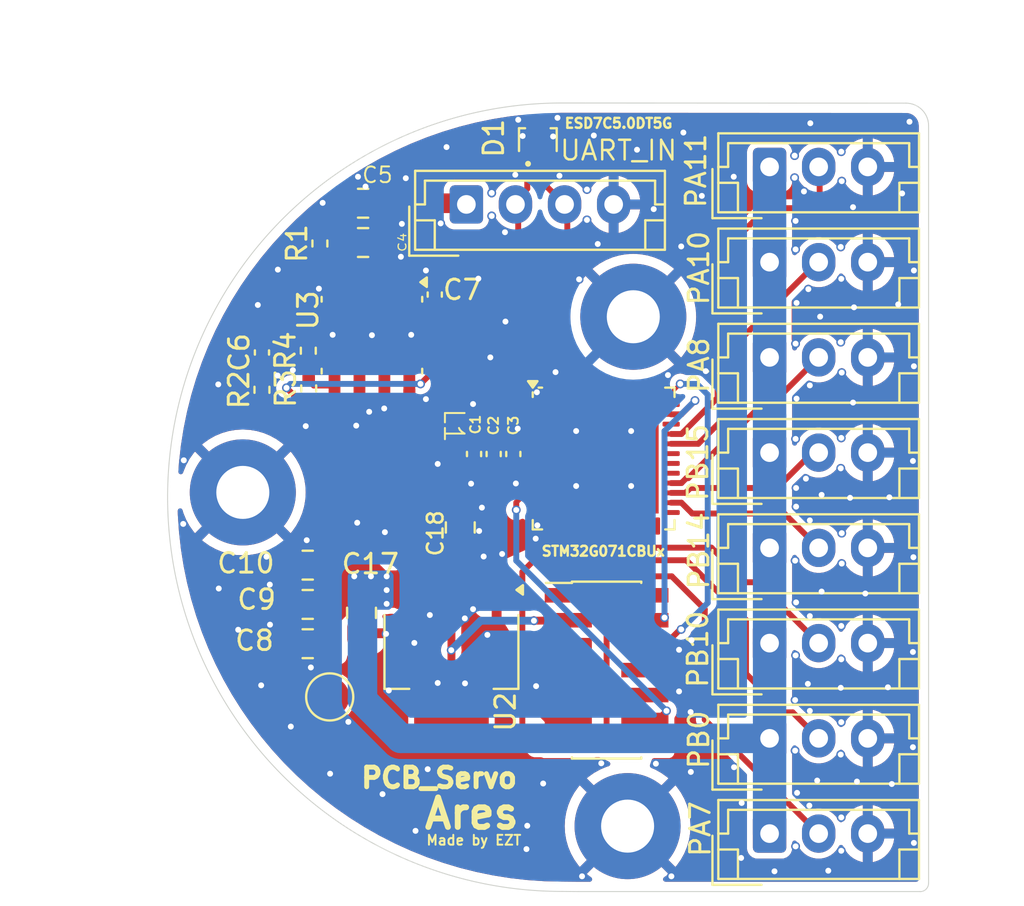
<source format=kicad_pcb>
(kicad_pcb (version 20240108) (generator "pcbnew") (generator_version "8.0")
  (layers (0 "F.Cu" signal) (31 "B.Cu" signal) (34 "B.Paste" user) (35 "F.Paste" user) (36 "B.SilkS" user "B.Silkscreen") (37 "F.SilkS" user "F.Silkscreen") (38 "B.Mask" user) (39 "F.Mask" user) (44 "Edge.Cuts" user))
  (net 0 "")
  (net 1 "GND")
  (net 2 "+3.3V")
  (net 3 "/RX")
  (net 4 "/TX")
  (net 5 "/PWM1")
  (net 6 "/PWM2")
  (net 7 "/PWM3")
  (net 8 "/PWM4")
  (net 9 "/PWM5")
  (net 10 "/PWM6")
  (net 11 "/PWM7")
  (net 12 "/PWM8")
  (net 13 "VBUS")
  (net 16 "/NRST")
  (net 19 "/SWCLK")
  (net 20 "/SWDIO")
  (net 51 "/USART2_TX")
  (net 52 "/USART2_RX")
  (net 53 "Net-(C6-Pad1)")
  (net 54 "/SW")
  (net 55 "Net-(U3-BST)")
  (net 56 "Net-(U3-RT{slash}CLK)")
  (net 57 "Net-(U3-COMP)")
  (net 58 "Net-(U3-FB)")
  (net 59 "+7.5V")
  (footprint "MountingHole:MountingHole_2.7mm_M2.5_Pad" (layer "F.Cu") (at 128.825 74.825)
    (property "Reference" "H3" (hide yes))
    (property "Value" "MountingHole_Pad" (hide yes))
  )
  (footprint "Connector_PinHeader_1.27mm:PinHeader_2x07_P1.27mm_Vertical_SMD" (layer "F.Cu") (at 147.35 83.875)
    (property "Reference" "J10" (hide yes))
    (property "Value" "Conn_ST_STDC14")
  )
  (footprint "Connector_JST:JST_EH_B3B-EH-A_1x03_P2.50mm_Vertical" (layer "F.Cu") (at 155.65 63.1)
    (property "Reference" "PA10")
    (property "Value" "Conn_01x03_Pin" (hide yes))
  )
  (footprint "Capacitor_SMD:C_0402_1005Metric" (layer "F.Cu") (at 140.6 72.87 -90)
    (property "Reference" "C1")
    (property "Value" "4.7u" (hide yes))
  )
  (footprint "Connector_JST:JST_EH_B3B-EH-A_1x03_P2.50mm_Vertical" (layer "F.Cu") (at 155.65 82.5)
    (property "Reference" "PB10")
    (property "Value" "Conn_01x03_Pin" (hide yes))
  )
  (footprint "Capacitor_SMD:C_0805_2012Metric_Pad1.18x1.45mm_HandSolder" (layer "F.Cu") (at 139.9 76.61 90)
    (property "Reference" "C18")
    (property "Value" "22u")
  )
  (footprint "Package_TO_SOT_SMD:SOT-223" (layer "F.Cu") (at 139.45 82.92 -90)
    (property "Reference" "U2")
    (property "Value" "AZ1117-3.3")
  )
  (footprint "Capacitor_SMD:C_0402_1005Metric" (layer "F.Cu") (at 129.8 67.7 90)
    (property "Reference" "C6")
    (property "Value" "2.2n" (hide yes))
  )
  (footprint "Resistor_SMD:R_0402_1005Metric" (layer "F.Cu") (at 132.18 69.53 90)
    (property "Reference" "R3")
    (property "Value" "82k" (hide yes))
  )
  (footprint "Capacitor_SMD:C_0805_2012Metric" (layer "F.Cu") (at 132.13 78.53 180)
    (property "Reference" "C10")
    (property "Value" "22u" (hide yes))
  )
  (footprint "Connector_JST:JST_EH_B3B-EH-A_1x03_P2.50mm_Vertical" (layer "F.Cu") (at 155.65 92.2)
    (property "Reference" "PA7")
    (property "Value" "Conn_01x03_Pin" (hide yes))
  )
  (footprint "Capacitor_SMD:C_0805_2012Metric" (layer "F.Cu") (at 134.95 62.1 180)
    (property "Reference" "C4")
    (property "Value" "10u" (hide yes))
  )
  (footprint "Connector_JST:JST_EH_B3B-EH-A_1x03_P2.50mm_Vertical" (layer "F.Cu") (at 155.65 72.8)
    (property "Reference" "PB15")
    (property "Value" "Conn_01x03_Pin" (hide yes))
  )
  (footprint "Capacitor_SMD:C_0805_2012Metric" (layer "F.Cu") (at 132.13 80.53 180)
    (property "Reference" "C9")
    (property "Value" "22u" (hide yes))
  )
  (footprint "Connector_JST:JST_EH_B3B-EH-A_1x03_P2.50mm_Vertical" (layer "F.Cu") (at 155.65 77.65)
    (property "Reference" "PB14")
    (property "Value" "Conn_01x03_Pin" (hide yes))
  )
  (footprint "Capacitor_SMD:C_0402_1005Metric" (layer "F.Cu") (at 138.6 64.75 -90)
    (property "Reference" "C7")
    (property "Value" "100n" (hide yes))
  )
  (footprint "Connector_JST:JST_EH_B3B-EH-A_1x03_P2.50mm_Vertical" (layer "F.Cu") (at 155.65 58.25)
    (property "Reference" "PA11")
    (property "Value" "Conn_01x03_Pin" (hide yes))
  )
  (footprint "Resistor_SMD:R_0402_1005Metric" (layer "F.Cu") (at 132.16 67.61 90)
    (property "Reference" "R4")
    (property "Value" "10k" (hide yes))
  )
  (footprint "Connector_JST:JST_EH_B4B-EH-A_1x04_P2.50mm_Vertical" (layer "F.Cu") (at 140.21 60.16)
    (property "Reference" "J9" (hide yes))
    (property "Value" "UART_IN")
  )
  (footprint "Package_TO_SOT_SMD:SOT-416" (layer "F.Cu") (at 143.85 56.79 90)
    (property "Reference" "D1")
    (property "Value" "ESD7C5.0DT5G")
  )
  (footprint "Capacitor_SMD:C_0805_2012Metric" (layer "F.Cu") (at 134.95 60.1 180)
    (property "Reference" "C5")
    (property "Value" "10u" (hide yes))
  )
  (footprint "Capacitor_SMD:C_0402_1005Metric" (layer "F.Cu") (at 141.6 72.87 -90)
    (property "Reference" "C2")
    (property "Value" "100n" (hide yes))
  )
  (footprint "Resistor_SMD:R_0402_1005Metric" (layer "F.Cu") (at 132.75 62.15 90)
    (property "Reference" "R1")
    (property "Value" "200k" (hide yes))
  )
  (footprint "Connector_JST:JST_EH_B3B-EH-A_1x03_P2.50mm_Vertical" (layer "F.Cu") (at 155.65 87.35)
    (property "Reference" "PB0")
    (property "Value" "Conn_01x03_Pin" (hide yes))
  )
  (footprint "Capacitor_SMD:C_0805_2012Metric_Pad1.18x1.45mm_HandSolder" (layer "F.Cu") (at 134.87 80.96 -90)
    (property "Reference" "C17")
    (property "Value" "10u")
  )
  (footprint "MountingHole:MountingHole_2.7mm_M2.5_Pad" (layer "F.Cu") (at 148.71 65.88)
    (property "Reference" "H2" (hide yes))
    (property "Value" "MountingHole_Pad" (hide yes))
  )
  (footprint "MainBoard:PA5432.472NLT" (layer "F.Cu") (at 134.85 74.025 -90)
    (property "Reference" "L1")
    (property "Value" "4.7u" (hide yes))
  )
  (footprint "Resistor_SMD:R_0402_1005Metric" (layer "F.Cu") (at 129.8 69.6 90)
    (property "Reference" "R2")
    (property "Value" "19.6k" (hide yes))
  )
  (footprint "Capacitor_SMD:C_0402_1005Metric" (layer "F.Cu") (at 142.6 72.87 -90)
    (property "Reference" "C3")
    (property "Value" "100n" (hide yes))
  )
  (footprint "Connector_JST:JST_EH_B3B-EH-A_1x03_P2.50mm_Vertical" (layer "F.Cu") (at 155.65 67.95)
    (property "Reference" "PA8")
    (property "Value" "Conn_01x03_Pin" (hide yes))
  )
  (footprint "MountingHole:MountingHole_2.7mm_M2.5_Pad" (layer "F.Cu") (at 148.42 91.82)
    (property "Reference" "H1" (hide yes))
    (property "Value" "MountingHole_Pad" (hide yes))
  )
  (footprint "Package_SO:SOIC-8-1EP_3.9x4.9mm_P1.27mm_EP2.95x4.9mm_Mask2.71x3.4mm" (layer "F.Cu") (at 135.4 66.82 -90)
    (property "Reference" "U3")
    (property "Value" "~")
  )
  (footprint "Capacitor_SMD:C_0805_2012Metric" (layer "F.Cu") (at 132.13 82.53 180)
    (property "Reference" "C8")
    (property "Value" "22u" (hide yes))
  )
  (footprint "Package_DFN_QFN:QFN-48-1EP_7x7mm_P0.5mm_EP5.6x5.6mm" (layer "F.Cu") (at 147.2 73.1)
    (property "Reference" "U1" (hide yes))
    (property "Value" "STM32G071CBUx")
  )
  (footprint "TestPoint:TestPoint_Pad_D2.0mm" (layer "F.Cu") (at 133.25 85.24 -90)
    (property "Reference" "TP1" (hide yes))
    (property "Value" "TestPoint")
  )
  (gr_arc (start 163.745946 94.725941) (mid 163.62 95.03) (end 163.315941 95.155946) (stroke (width 0.05)) (layer "Edge.Cuts"))
  (gr_line (start 163.746827 56.153173) (end 163.746827 94.72) (stroke (width 0.05)) (layer "Edge.Cuts"))
  (gr_arc (start 145.074999 95.144999) (mid 124.995 75.075) (end 145.064999 54.995001) (stroke (width 0.05)) (layer "Edge.Cuts"))
  (gr_line (start 145.9 95.152189) (end 145.074999 95.144999) (stroke (width 0.05)) (layer "Edge.Cuts"))
  (gr_line (start 145.064999 54.995001) (end 162.596827 55.003173) (stroke (width 0.05)) (layer "Edge.Cuts"))
  (gr_line (start 145.9 95.152189) (end 163.32 95.152189) (stroke (width 0.05)) (layer "Edge.Cuts"))
  (gr_arc (start 162.596827 55.003173) (mid 163.41 55.34) (end 163.746827 56.153173) (stroke (width 0.05)) (layer "Edge.Cuts"))
  (gr_text "Ares" (at 137.93 92.06 0) (layer "F.SilkS") (effects (font (size 1.5 1.5) (thickness 0.3) (bold yes)) (justify left bottom)))
  (gr_text "Made by EZT" (at 138.12 92.83 0) (layer "F.SilkS") (effects (font (size 0.5 0.5) (thickness 0.1) (bold yes)) (justify left bottom)))
  (gr_text "PCB_Servo\n" (at 134.73 89.95 0) (layer "F.SilkS") (effects (font (size 1 1) (thickness 0.25) (bold yes)) (justify left bottom)))
  (segment (start 145.4 83.875) (end 144.57 83.875) (width 0.3) (layer "F.Cu") (net 1))
  (segment (start 143.85 84.78) (end 143.85 85.95) (width 0.3) (layer "F.Cu") (net 1))
  (segment (start 146.95 73.35) (end 147.2 73.1) (width 0.2) (layer "F.Cu") (net 1))
  (segment (start 141.56 73.35) (end 141.6 73.39) (width 0.2) (layer "F.Cu") (net 1))
  (segment (start 143.7625 73.35) (end 142.6 73.35) (width 0.2) (layer "F.Cu") (net 1))
  (segment (start 145.4 82.605) (end 145.4 83.875) (width 0.3) (layer "F.Cu") (net 1))
  (segment (start 143.85 85.95) (end 144.315 86.415) (width 0.3) (layer "F.Cu") (net 1))
  (segment (start 143.85 84.595) (end 143.85 84.6) (width 0.3) (layer "F.Cu") (net 1))
  (segment (start 143.85 84.6) (end 143.76 84.69) (width 0.3) (layer "F.Cu") (net 1))
  (segment (start 144.315 86.415) (end 145.4 86.415) (width 0.3) (layer "F.Cu") (net 1))
  (segment (start 143.7625 73.35) (end 146.95 73.35) (width 0.2) (layer "F.Cu") (net 1))
  (segment (start 143.76 84.69) (end 143.85 84.78) (width 0.3) (layer "F.Cu") (net 1))
  (segment (start 144.75 73.35) (end 144.85 73.45) (width 0.2) (layer "F.Cu") (net 1))
  (segment (start 144.57 83.875) (end 143.85 84.595) (width 0.3) (layer "F.Cu") (net 1))
  (segment (start 134 60.1) (end 134 62.1) (width 0.3) (layer "F.Cu") (net 1))
  (segment (start 140.6 73.35) (end 141.6 73.35) (width 0.3) (layer "F.Cu") (net 1))
  (via (at 149.75 60.4) (size 0.45) (drill 0.3) (layers "F.Cu" "B.Cu") (net 1))
  (via (at 159.325 68.725) (size 0.45) (drill 0.3) (layers "F.Cu" "B.Cu") (net 1))
  (via (at 151.04 84.96) (size 0.45) (drill 0.3) (layers "F.Cu" "B.Cu") (net 1))
  (via (at 136.12 82.03) (size 0.45) (drill 0.3) (layers "F.Cu" "B.Cu") (net 1))
  (via (at 159.95 65.4) (size 0.45) (drill 0.3) (layers "F.Cu" "B.Cu") (net 1))
  (via (at 159.3 63.95) (size 0.45) (drill 0.3) (layers "F.Cu" "B.Cu") (net 1))
  (via (at 142.7 58.65) (size 0.45) (drill 0.3) (layers "F.Cu" "B.Cu") (net 1))
  (via (at 159.325 76.9) (size 0.45) (drill 0.3) (layers "F.Cu" "B.Cu") (net 1))
  (via (at 128.59 81.82) (size 0.45) (drill 0.3) (layers "F.Cu" "B.Cu") (net 1))
  (via (at 140.55 80.77) (size 0.45) (drill 0.3) (layers "F.Cu" "B.Cu") (net 1))
  (via (at 159.75 75.1) (size 0.45) (drill 0.3) (layers "F.Cu" "B.Cu") (net 1))
  (via (at 140.13 81.24) (size 0.45) (drill 0.3) (layers "F.Cu" "B.Cu") (net 1))
  (via (at 142.73 74.37) (size 0.45) (drill 0.3) (layers "F.Cu" "B.Cu") (net 1))
  (via (at 138.24 88.92) (size 0.45) (drill 0.3) (layers "F.Cu" "B.Cu") (net 1))
  (via (at 156.975 62.45) (size 0.45) (drill 0.3) (layers "F.Cu" "B.Cu") (net 1))
  (via (at 163 68.4) (size 0.45) (drill 0.3) (layers "F.Cu" "B.Cu") (net 1))
  (via (at 136.06 76.85) (size 0.45) (drill 0.3) (layers "F.Cu" "B.Cu") (net 1))
  (via (at 144.625 56.7) (size 0.45) (drill 0.3) (layers "F.Cu" "B.Cu") (net 1))
  (via (at 159.3 57.475) (size 0.45) (drill 0.3) (layers "F.Cu" "B.Cu") (net 1))
  (via (at 162.2 65.25) (size 0.45) (drill 0.3) (layers "F.Cu" "B.Cu") (net 1))
  (via (at 159.3 91.375) (size 0.45) (drill 0.3) (layers "F.Cu" "B.Cu") (net 1))
  (via (at 157.675 90.775) (size 0.45) (drill 0.3) (layers "F.Cu" "B.Cu") (net 1))
  (via (at 146.35 60.95) (size 0.45) (drill 0.3) (layers "F.Cu" "B.Cu") (net 1))
  (via (at 151.675 82.35) (size 0.45) (drill 0.3) (layers "F.Cu" "B.Cu") (net 1))
  (via (at 137.4 66.8) (size 0.45) (drill 0.3) (layers "F.Cu" "B.Cu") (net 1))
  (via (at 136.875 62.825) (size 0.45) (drill 0.3) (layers "F.Cu" "B.Cu") (net 1))
  (via (at 143.825 76.5) (size 0.45) (drill 0.3) (layers "F.Cu" "B.Cu") (net 1))
  (via (at 131.27 86.75) (size 0.45) (drill 0.3) (layers "F.Cu" "B.Cu") (net 1))
  (via (at 150.475 68.85) (size 0.45) (drill 0.3) (layers "F.Cu" "B.Cu") (net 1))
  (via (at 159.275 88.175) (size 0.45) (drill 0.3) (layers "F.Cu" "B.Cu") (net 1))
  (via (at 143.8 69.725) (size 0.45) (drill 0.3) (layers "F.Cu" "B.Cu") (net 1))
  (via (at 140.55 70.325) (size 0.45) (drill 0.3) (layers "F.Cu" "B.Cu") (net 1))
  (via (at 161.75 75.075) (size 0.45) (drill 0.3) (layers "F.Cu" "B.Cu") (net 1))
  (via (at 134.6 71.425) (size 0.45) (drill 0.3) (layers "F.Cu" "B.Cu") (net 1))
  (via (at 127.575 69.325) (size 0.45) (drill 0.3) (layers "F.Cu" "B.Cu") (net 1))
  (via (at 136.025 70.55) (size 0.45) (drill 0.3) (layers "F.Cu" "B.Cu") (net 1))
  (via (at 137.125 58.825) (size 0.45) (drill 0.3) (layers "F.Cu" "B.Cu") (net 1))
  (via (at 141.28 82.08) (size 0.45) (drill 0.3) (layers "F.Cu" "B.Cu") (net 1))
  (via (at 143.075 56.675) (size 0.45) (drill 0.3) (layers "F.Cu" "B.Cu") (net 1))
  (via (at 138.15 70.075) (size 0.45) (drill 0.3) (layers "F.Cu" "B.Cu") (net 1))
  (via (at 132.7 64.45) (size 0.45) (drill 0.3) (layers "F.Cu" "B.Cu") (net 1))
  (via (at 163 92.675) (size 0.45) (drill 0.3) (layers "F.Cu" "B.Cu") (net 1))
  (via (at 159.3 86.525) (size 0.45) (drill 0.3) (layers "F.Cu" "B.Cu") (net 1))
  (via (at 140.82 63.94) (size 0.45) (drill 0.3) (layers "F.Cu" "B.Cu") (net 1))
  (via (at 132.08 77.26) (size 0.45) (drill 0.3) (layers "F.Cu" "B.Cu") (net 1))
  (via (at 160.525 79.975) (size 0.45) (drill 0.3) (layers "F.Cu" "B.Cu") (net 1))
  (via (at 159.9 60.3) (size 0.45) (drill 0.3) (layers "F.Cu" "B.Cu") (net 1))
  (via (at 157 75.55) (size 0.45) (drill 0.3) (layers "F.Cu" "B.Cu") (net 1))
  (via (at 157.025 70.05) (size 0.45) (drill 0.3) (layers "F.Cu" "B.Cu") (net 1))
  (via (at 152.2 59.725) (size 0.45) (drill 0.3) (layers "F.Cu" "B.Cu") (net 1))
  (via (at 156.975 72.1) (size 0.45) (drill 0.3) (layers "F.Cu" "B.Cu") (net 1))
  (via (at 156.925 58.8) (size 0.45) (drill 0.3) (layers "F.Cu" "B.Cu") (net 1))
  (via (at 137.62 92.06) (size 0.45) (drill 0.3) (layers "F.Cu" "B.Cu") (net 1))
  (via (at 158.3 74.95) (size 0.45) (drill 0.3) (layers "F.Cu" "B.Cu") (net 1))
  (via (at 130.21 81.56) (size 0.45) (drill 0.3) (layers "F.Cu" "B.Cu") (net 1))
  (via (at 159.3 93.075) (size 0.45) (drill 0.3) (layers "F.Cu" "B.Cu") (net 1))
  (via (at 130.6 68.875) (size 0.45) (drill 0.3) (layers "F.Cu" "B.Cu") (net 1))
  (via (at 134.2 86.51) (size 0.45) (drill 0.3) (layers "F.Cu" "B.Cu") (net 1))
  (via (at 132.03 71.45) (size 0.45) (drill 0.3) (layers "F.Cu" "B.Cu") (net 1))
  (via (at 151.64 89.06) (size 0.45) (drill 0.3) (layers "F.Cu" "B.Cu") (net 1))
  (via (at 142.03 77.96) (size 0.45) (drill 0.3) (layers "F.Cu" "B.Cu") (net 1))
  (via (at 148.6 71.7) (size 0.45) (drill 0.3) (layers "F.Cu" "B.Cu") (net 1))
  (via (at 136.26 84.91) (size 0.45) (drill 0.3) (layers "F.Cu" "B.Cu") (net 1))
  (via (at 157 74.6) (size 0.45) (drill 0.3) (layers "F.Cu" "B.Cu") (net 1))
  (via (at 157.7 85.95) (size 0.45) (drill 0.3) (layers "F.Cu" "B.Cu") (net 1))
  (via (at 131.375 68.6) (size 0.45) (drill 0.3) (layers "F.Cu" "B.Cu") (net 1))
  (via (at 159.275 73.6) (size 0.45) (drill 0.3) (layers "F.Cu" "B.Cu") (net 1))
  (via (at 158.075 89.5) (size 0.45) (drill 0.3) (layers "F.Cu" "B.Cu") (net 1))
  (via (at 133.4 66.8) (size 0.45) (drill 0.3) (layers "F.Cu" "B.Cu") (net 1))
  (via (at 129.59 65.28) (size 0.45) (drill 0.3) (layers "F.Cu" "B.Cu") (net 1))
  (via (at 136.925 61.15) (size 0.45) (drill 0.3) (layers "F.Cu" "B.Cu") (net 1))
  (via (at 144.75 68.7) (size 0.45) (drill 0.3) (layers "F.Cu" "B.Cu") (net 1))
  (via (at 133.27 89.15) (size 0.45) (drill 0.3) (layers "F.Cu" "B.Cu") (net 1))
  (via (at 143.27 92.99) (size 0.45) (drill 0.3) (layers "F.Cu" "B.Cu") (net 1))
  (via (at 132.29 83.74) (size 0.45) (drill 0.3) (layers "F.Cu" "B.Cu") (net 1))
  (via (at 157.7 76.25) (size 0.45) (drill 0.3) (layers "F.Cu" "B.Cu") (net 1))
  (via (at 159.3 81.625) (size 0.45) (drill 0.3) (layers "F.Cu" "B.Cu") (net 1))
  (via (at 157.625 64.475) (size 0.45) (drill 0.3) (layers "F.Cu" "B.Cu") (net 1))
  (via (at 156.975 92.85) (size 0.45) (drill 0.3) (layers "F.Cu" "B.Cu") (net 1))
  (via (at 146.9 62.175) (size 0.45) (drill 0.3) (layers "F.Cu" "B.Cu") (net 1))
  (via (at 159.275 84.775) (size 0.45) (drill 0.3) (layers "F.Cu" "B.Cu") (net 1))
  (via (at 150.65 94.375) (size 0.45) (drill 0.3) (layers "F.Cu" "B.Cu") (net 1))
  (via (at 142.85 55.85) (size 0.45) (drill 0.3) (layers "F.Cu" "B.Cu") (net 1))
  (via (at 141 75.6) (size 0.45) (drill 0.3) (layers "F.Cu" "B.Cu") (net 1))
  (via (at 144.95 58.7) (size 0.45) (drill 0.3) (layers "F.Cu" "B.Cu") (net 1))
  (via (at 125.82 73.19) (size 0.45) (drill 0.3) (layers "F.Cu" "B.Cu") (net 1))
  (via (at 158.225 65.875) (size 0.45) (drill 0.3) (layers "F.Cu" "B.Cu") (net 1))
  (via (at 144.12 89.65) (size 0.45) (drill 0.3) (layers "F.Cu" "B.Cu") (net 1))
  (via (at 158.3 79.875) (size 0.45) (drill 0.3) (layers "F.Cu" "B.Cu") (net 1))
  (via (at 162.4 59.6) (size 0.45) (drill 0.3) (layers "F.Cu" "B.Cu") (net 1))
  (via (at 142.175 61.575) (size 0.45) (drill 0.3) (layers "F.Cu" "B.Cu") (net 1))
  (via (at 148.6 74.5) (size 0.45) (drill 0.3) (layers "F.Cu" "B.Cu") (net 1))
  (via (at 162.95 87.8) (size 0.45) (drill 0.3) (layers "F.Cu" "B.Cu") (net 1))
  (via (at 143.31 91.8) (size 0.45) (drill 0.3) (layers "F.Cu" "B.Cu") (net 1))
  (via (at 159.3 83.325) (size 0.45) (drill 0.3) (layers "F.Cu" "B.Cu") (net 1))
  (via (at 141.09 78.09) (size 0.45) (drill 0.3) (layers "F.Cu" "B.Cu") (net 1))
  (via (at 149.86 88.64) (size 0.45) (drill 0.3) (layers "F.Cu" "B.Cu") (net 1))
  (via (at 151.63 86.01) (size 0.45) (drill 0.3) (layers "F.Cu" "B.Cu") (net 1))
  (via (at 125.79 76.43) (size 0.45) (drill 0.3) (layers "F.Cu" "B.Cu") (net 1))
  (via (at 141.5 59.575) (size 0.45) (drill 0.3) (layers "F.Cu" "B.Cu") (net 1))
  (via (at 162.95 82.95) (size 0.45) (drill 0.3) (layers "F.Cu" "B.Cu") (net 1))
  (via (at 154.23 90.64) (size 0.45) (drill 0.3) (layers "F.Cu" "B.Cu") (net 1))
  (via (at 157.4 59.5) (size 0.45) (drill 0.3) (layers "F.Cu" "B.Cu") (net 1))
  (via (at 156.975 83.125) (size 0.45) (drill 0.3) (layers "F.Cu" "B.Cu") (net 1))
  (via (at 157.025 65.175) (size 0.45) (drill 0.3) (layers "F.Cu" "B.Cu") (net 1))
  (via (at 137.56 82.49) (size 0.45) (drill 0.3) (layers "F.Cu" "B.Cu") (net 1))
  (via (at 145.95 63.975) (size 0.45) (drill 0.3) (layers "F.Cu" "B.Cu") (net 1))
  (via (at 144.85 55.75) (size 0.45) (drill 0.3) (layers "F.Cu" "B.Cu") (net 1))
  (via (at 132.89 60.08) (size 0.45) (drill 0.3) (layers "F.Cu" "B.Cu") (net 1))
  (via (at 159.9 70.25) (size 0.45) (drill 0.3) (layers "F.Cu" "B.Cu") (net 1))
  (via (at 138.9 61.125) (size 0.45) (drill 0.3) (layers "F.Cu" "B.Cu") (net 1))
  (via (at 156.95 78.3) (size 0.45) (drill 0.3) (layers "F.Cu" "B.Cu") (net 1))
  (via (at 154.2 93.44) (size 0.45) (drill 0.3) (layers "F.Cu" "B.Cu") (net 1))
  (via (at 148.9 57.375) (size 0.45) (drill 0.3) (layers "F.Cu" "B.Cu") (net 1))
  (via (at 146.7 56.65) (size 0.45) (drill 0.3) (layers "F.Cu" "B.Cu") (net 1))
  (via (at 135.4 66.82) (size 0.45) (drill 0.3) (layers "F.Cu" "B.Cu") (net 1))
  (via (at 160.1 89.55) (size 0.45) (drill 0.3) (layers "F.Cu" "B.Cu") (net 1))
  (via (at 161.675 84.75) (size 0.45) (drill 0.3) (layers "F.Cu" "B.Cu") (net 1))
  (via (at 147.08 88.62) (size 0.45) (drill 0.3) (layers "F.Cu" "B.Cu") (net 1))
  (via (at 159.325 78.45) (size 0.45) (drill 0.3) (layers "F.Cu" "B.Cu") (net 1))
  (via (at 156.925 57.675) (size 0.45) (drill 0.3) (layers "F.Cu" "B.Cu") (net 1))
  (via (at 140.45 74.38) (size 0.45) (drill 0.3) (layers "F.Cu" "B.Cu") (net 1))
  (via (at 159.275 62.325) (size 0.45) (drill 0.3) (layers "F.Cu" "B.Cu") (net 1))
  (via (at 156.95 85.4) (size 0.45) (drill 0.3) (layers "F.Cu" "B.Cu") (net 1))
  (via (at 143.76 84.69) (size 0.45) (drill 0.3) (layers "F.Cu" "B.Cu") (net 1))
  (via (at 162.775 55.95) (size 0.45) (drill 0.3) (layers "F.Cu" "B.Cu") (net 1))
  (via (at 135.26 70.72) (size 0.45) (drill 0.3) (layers "F.Cu" "B.Cu") (net 1))
  (via (at 138.75 73.375) (size 0.45) (drill 0.3) (layers "F.Cu" "B.Cu") (net 1))
  (via (at 145.8 74.5) (size 0.45) (drill 0.3) (layers "F.Cu" "B.Cu") (net 1))
  (via (at 138.35 81.07) (size 0.45) (drill 0.3) (layers "F.Cu" "B.Cu") (net 1))
  (via (at 162.975 78.125) (size 0.45) (drill 0.3) (layers "F.Cu" "B.Cu") (net 1))
  (via (at 143.74 77.18) (size 0.45) (drill 0.3) (layers "F.Cu" "B.Cu") (net 1))
  (via (at 127.6 79.72) (size 0.45) (drill 0.3) (layers "F.Cu" "B.Cu") (net 1))
  (via (at 140.14 84.55) (size 0.45) (drill 0.3) (layers "F.Cu" "B.Cu") (net 1))
  (via (at 158.64 94.09) (size 0.45) (drill 0.3) (layers "F.Cu" "B.Cu") (net 1))
  (via (at 153.84 88.82) (size 0.45) (drill 0.3) (layers "F.Cu" "B.Cu") (net 1))
  (via (at 138.15 63.525) (size 0.45) (drill 0.3) (layers "F.Cu" "B.Cu") (net 1))
  (via (at 134.65 76.37) (size 0.45) (drill 0.3) (layers "F.Cu" "B.Cu") (net 1))
  (via (at 141.5 60.75) (size 0.45) (drill 0.3) (layers "F.Cu" "B.Cu") (net 1))
  (via (at 135.94 90.19) (size 0.45) (drill 0.3) (layers "F.Cu" "B.Cu") (net 1))
  (via (at 130.03 78.1) (size 0.45) (drill 0.3) (layers "F.Cu" "B.Cu") (net 1))
  (via (at 139.2 57.24) (size 0.45) (drill 0.3) (layers "F.Cu" "B.Cu") (net 1))
  (via (at 151.15 62.3) (size 0.45) (drill 0.3) (layers "F.Cu" "B.Cu") (net 1))
  (via (at 153.825 58.75) (size 0.45) (drill 0.3) (layers "F.Cu" "B.Cu") (net 1))
  (via (at 135.075 59.25) (size 0.45) (drill 0.3) (layers "F.Cu" "B.Cu") (net 1))
  (via (at 157.7 81.125) (size 0.45) (drill 0.3) (layers "F.Cu" "B.Cu") (net 1))
  (via (at 152.4 68.65) (size 0.45) (drill 0.3) (layers "F.Cu" "B.Cu") (net 1))
  (via (at 146.35 59.4) (size 0.45) (drill 0.3) (layers "F.Cu" "B.Cu") (net 1))
  (via (at 157.5 74.125) (size 0.45) (drill 0.3) (layers "F.Cu" "B.Cu") (net 1))
  (via (at 134.69 58.75) (size 0.45) (drill 0.3) (layers "F.Cu" "B.Cu") (net 1))
  (via (at 130.61 63.48) (size 0.45) (drill 0.3) (layers "F.Cu" "B.Cu") (net 1))
  (via (at 157 80.425) (size 0.45) (drill 0.3) (layers "F.Cu" "B.Cu") (net 1))
  (via (at 162.95 73.225) (size 0.45) (drill 0.3) (layers "F.Cu" "B.Cu") (net 1))
  (via (at 141.43 67.95) (size 0.45) (drill 0.3) (layers "F.Cu" "B.Cu") (net 1))
  (via (at 138.75 84.53) (size 0.45) (drill 0.3) (layers "F.Cu" "B.Cu") (net 1))
  (via (at 129.76 84.65) (size 0.45) (drill 0.3) (layers "F.Cu" "B.Cu") (net 1))
  (via (at 161.875 89.675) (size 0.45) (drill 0.3) (layers "F.Cu" "B.Cu") (net 1))
  (via (at 151.04 82.84) (size 0.45) (drill 0.3) (layers "F.Cu" "B.Cu") (net 1))
  (via (at 163 63.525) (size 0.45) (drill 0.3) (layers "F.Cu" "B.Cu") (net 1))
  (via (at 156.975 67.25) (size 0.45) (drill 0.3) (layers "F.Cu" "B.Cu") (net 1))
  (via (at 157.7 69.375) (size 0.45) (drill 0.3) (layers "F.Cu" "B.Cu") (net 1))
  (via (at 157.725 56.025) (size 0.45) (drill 0.3) (layers "F.Cu" "B.Cu") (net 1))
  (via (at 159.275 67.175) (size 0.45) (drill 0.3) (layers "F.Cu" "B.Cu") (net 1))
  (via (at 159.325 58.975) (size 0.45) (drill 0.3) (layers "F.Cu" "B.Cu") (net 1))
  (via (at 151.26 56.5) (size 0.45) (drill 0.3) (layers "F.Cu" "B.Cu") (net 1))
  (via (at 145.8 71.7) (size 0.45) (drill 0.3) (layers "F.Cu" "B.Cu") (net 1))
  (via (at 156.975 61) (size 0.45) (drill 0.3) (layers "F.Cu" "B.Cu") (net 1))
  (via (at 142.825 71.575) (size 0.45) (drill 0.3) (layers "F.Cu" "B.Cu") (net 1))
  (via (at 142.2 66.125) (size 0.45) (drill 0.3) (layers "F.Cu" "B.Cu") (net 1))
  (via (at 140.86 76.79) (size 0.45) (drill 0.3) (layers "F.Cu" "B.Cu") (net 1))
  (via (at 146.1 94.375) (size 0.45) (drill 0.3) (layers "F.Cu" "B.Cu") (net 1))
  (via (at 155.9 94.12) (size 0.45) (drill 0.3) (layers "F.Cu" "B.Cu") (net 1))
  (via (at 157.05 90.125) (size 0.45) (drill 0.3) (layers "F.Cu" "B.Cu") (net 1))
  (via (at 156.95 87.975) (size 0.45) (drill 0.3) (layers "F.Cu" "B.Cu") (net 1))
  (via (at 159.3 72.05) (size 0.45) (drill 0.3) (layers "F.Cu" "B.Cu") (net 1))
  (via (at 130.2 79.52) (size 0.45) (drill 0.3) (layers "F.Cu" "B.Cu") (net 1))
  (via (at 157.6 84.575) (size 0.45) (drill 0.3) (layers "F.Cu" "B.Cu") (net 1))
  (segment (start 139.46 79.76) (end 139.45 79.77) (width 0.5) (layer "F.Cu") (net 2))
  (segment (start 145.4 81.335) (end 143.65 81.36) (width 0.4) (layer "F.Cu") (net 2))
  (segment (start 139.769999 78.03) (end 139.46 78.03) (width 0.5) (layer "F.Cu") (net 2))
  (segment (start 138.655 75.008122) (end 138.655 76.5425) (width 0.4) (layer "F.Cu") (net 2))
  (segment (start 143.7625 72.35) (end 142.64 72.35) (width 0.25) (layer "F.Cu") (net 2))
  (segment (start 139.46 78.03) (end 139.46 79.76) (width 0.5) (layer "F.Cu") (net 2))
  (segment (start 139.45 82.87) (end 139.44 82.86) (width 0.4) (layer "F.Cu") (net 2))
  (segment (start 139.45 82.85) (end 139.45 79.77) (width 0.4) (layer "F.Cu") (net 2))
  (segment (start 139.84 72.961734) (end 139.84 73.823122) (width 0.4) (layer "F.Cu") (net 2))
  (segment (start 143.645 81.335) (end 143.64 81.33) (width 0.4) (layer "F.Cu") (net 2))
  (segment (start 140.411734 72.39) (end 139.84 72.961734) (width 0.4) (layer "F.Cu") (net 2))
  (segment (start 143.7625 71.85) (end 143.7625 72.85) (width 0.25) (layer "F.Cu") (net 2))
  (segment (start 138.655 76.5425) (end 139.83 77.7175) (width 0.4) (layer "F.Cu") (net 2))
  (segment (start 139.44 82.86) (end 139.45 82.85) (width 0.4) (layer "F.Cu") (net 2))
  (segment (start 139.84 73.823122) (end 138.655 75.008122) (width 0.4) (layer "F.Cu") (net 2))
  (segment (start 143.65 81.36) (end 143.645 81.335) (width 0.4) (layer "F.Cu") (net 2))
  (segment (start 139.45 86.07) (end 139.45 82.87) (width 0.4) (layer "F.Cu") (net 2))
  (segment (start 140.6 72.39) (end 142.6 72.39) (width 0.4) (layer "F.Cu") (net 2))
  (segment (start 142.64 72.35) (end 142.6 72.39) (width 0.25) (layer "F.Cu") (net 2))
  (segment (start 140.6 72.39) (end 140.411734 72.39) (width 0.4) (layer "F.Cu") (net 2))
  (via (at 143.65 81.36) (size 0.45) (drill 0.3) (layers "F.Cu" "B.Cu") (net 2))
  (via (at 139.44 82.86) (size 0.45) (drill 0.3) (layers "F.Cu" "B.Cu") (net 2))
  (segment (start 143.65 81.36) (end 140.94 81.36) (width 0.4) (layer "B.Cu") (net 2))
  (segment (start 140.94 81.36) (end 139.44 82.86) (width 0.4) (layer "B.Cu") (net 2))
  (segment (start 142.85 60.4) (end 142.85 65.85) (width 0.3) (layer "F.Cu") (net 3))
  (segment (start 142.85 65.85) (end 145.45 68.45) (width 0.3) (layer "F.Cu") (net 3))
  (segment (start 145.45 68.45) (end 145.45 69.6625) (width 0.3) (layer "F.Cu") (net 3))
  (segment (start 143.31 59.36) (end 142.61 60.06) (width 0.3) (layer "F.Cu") (net 3))
  (segment (start 143.31 59.36) (end 143.31 57.66) (width 0.3) (layer "F.Cu") (net 3))
  (segment (start 145.35 67.35) (end 145.95 67.95) (width 0.3) (layer "F.Cu") (net 4))
  (segment (start 144.31 59.26) (end 144.31 57.66) (width 0.3) (layer "F.Cu") (net 4))
  (segment (start 144.31 59.26) (end 145.11 60.06) (width 0.3) (layer "F.Cu") (net 4))
  (segment (start 145.35 60.4) (end 145.35 67.35) (width 0.3) (layer "F.Cu") (net 4))
  (segment (start 145.95 67.95) (end 145.95 69.6625) (width 0.3) (layer "F.Cu") (net 4))
  (segment (start 151.160096 74.35) (end 150.6375 74.35) (width 0.3) (layer "F.Cu") (net 5))
  (segment (start 151.51 74.1) (end 151.410096 74.1) (width 0.3) (layer "F.Cu") (net 5))
  (segment (start 158.15 67.95) (end 156.1 70) (width 0.3) (layer "F.Cu") (net 5))
  (segment (start 151.410096 74.1) (end 151.160096 74.35) (width 0.3) (layer "F.Cu") (net 5))
  (segment (start 155.61 70) (end 151.51 74.1) (width 0.3) (layer "F.Cu") (net 5))
  (segment (start 156.1 70) (end 155.61 70) (width 0.3) (layer "F.Cu") (net 5))
  (segment (start 151.089386 71.85) (end 150.6375 71.85) (width 0.2) (layer "F.Cu") (net 6))
  (segment (start 158.15 58.25) (end 158.2 58.3) (width 0.3) (layer "F.Cu") (net 6))
  (segment (start 151.160096 71.85) (end 150.6375 71.85) (width 0.3) (layer "F.Cu") (net 6))
  (segment (start 155.5 60.35) (end 153 62.85) (width 0.3) (layer "F.Cu") (net 6))
  (segment (start 157.55 60.35) (end 155.5 60.35) (width 0.3) (layer "F.Cu") (net 6))
  (segment (start 153 70.010096) (end 151.160096 71.85) (width 0.3) (layer "F.Cu") (net 6))
  (segment (start 157.55 60.3) (end 157.55 60.35) (width 0.3) (layer "F.Cu") (net 6))
  (segment (start 153 62.85) (end 153 70.010096) (width 0.3) (layer "F.Cu") (net 6))
  (segment (start 158.2 58.3) (end 158.2 59.65) (width 0.3) (layer "F.Cu") (net 6))
  (segment (start 158.2 59.65) (end 157.55 60.3) (width 0.3) (layer "F.Cu") (net 6))
  (segment (start 152.02 72.35) (end 150.6375 72.35) (width 0.3) (layer "F.Cu") (net 7))
  (segment (start 154.1 67.1) (end 154.1 70.27) (width 0.3) (layer "F.Cu") (net 7))
  (segment (start 158.15 63.05) (end 154.1 67.1) (width 0.3) (layer "F.Cu") (net 7))
  (segment (start 154.1 70.27) (end 152.02 72.35) (width 0.3) (layer "F.Cu") (net 7))
  (segment (start 151.160096 75.35) (end 150.6375 75.35) (width 0.3) (layer "F.Cu") (net 8))
  (segment (start 151.710096 75.9) (end 151.160096 75.35) (width 0.3) (layer "F.Cu") (net 8))
  (segment (start 158.15 77.65) (end 156.4 75.9) (width 0.3) (layer "F.Cu") (net 8))
  (segment (start 156.4 75.9) (end 151.710096 75.9) (width 0.3) (layer "F.Cu") (net 8))
  (segment (start 150.668553 79.098553) (end 152.35 80.78) (width 0.3) (layer "F.Cu") (net 9))
  (segment (start 148.248553 79.098553) (end 150.668553 79.098553) (width 0.3) (layer "F.Cu") (net 9))
  (segment (start 146.95 77.8) (end 148.248553 79.098553) (width 0.3) (layer "F.Cu") (net 9))
  (segment (start 152.35 86.4) (end 158.15 92.2) (width 0.3) (layer "F.Cu") (net 9))
  (segment (start 152.35 80.78) (end 152.35 86.4) (width 0.3) (layer "F.Cu") (net 9))
  (segment (start 146.95 76.5375) (end 146.95 77.8) (width 0.3) (layer "F.Cu") (net 9))
  (segment (start 154.45 81.32) (end 151.41 78.28) (width 0.3) (layer "F.Cu") (net 10))
  (segment (start 151.41 78.28) (end 148.669904 78.28) (width 0.3) (layer "F.Cu") (net 10))
  (segment (start 154.45 84.060096) (end 154.45 81.32) (width 0.3) (layer "F.Cu") (net 10))
  (segment (start 156.825 86.025) (end 156.414904 86.025) (width 0.3) (layer "F.Cu") (net 10))
  (segment (start 156.414904 86.025) (end 154.45 84.060096) (width 0.3) (layer "F.Cu") (net 10))
  (segment (start 158.15 87.35) (end 156.825 86.025) (width 0.3) (layer "F.Cu") (net 10))
  (segment (start 148.669904 78.28) (end 147.45 77.060096) (width 0.3) (layer "F.Cu") (net 10))
  (segment (start 147.45 77.060096) (end 147.45 76.5375) (width 0.3) (layer "F.Cu") (net 10))
  (segment (start 151.617203 74.6) (end 156.030456 74.6) (width 0.3) (layer "F.Cu") (net 11))
  (segment (start 151.367203 74.85) (end 151.617203 74.6) (width 0.3) (layer "F.Cu") (net 11))
  (segment (start 157.830456 72.8) (end 158.15 72.8) (width 0.3) (layer "F.Cu") (net 11))
  (segment (start 156.030456 74.6) (end 157.830456 72.8) (width 0.3) (layer "F.Cu") (net 11))
  (segment (start 150.6375 74.85) (end 151.367203 74.85) (width 0.3) (layer "F.Cu") (net 11))
  (segment (start 148.95 77.060096) (end 148.95 76.5375) (width 0.3) (layer "F.Cu") (net 12))
  (segment (start 152.69 77.64) (end 149.529904 77.64) (width 0.3) (layer "F.Cu") (net 12))
  (segment (start 158.15 82.5) (end 155.05 79.4) (width 0.3) (layer "F.Cu") (net 12))
  (segment (start 155.05 79.4) (end 154.45 79.4) (width 0.3) (layer "F.Cu") (net 12))
  (segment (start 154.45 79.4) (end 152.69 77.64) (width 0.3) (layer "F.Cu") (net 12))
  (segment (start 149.529904 77.64) (end 148.95 77.060096) (width 0.3) (layer "F.Cu") (net 12))
  (segment (start 135.9 60.1) (end 135.9 62.1) (width 1) (layer "F.Cu") (net 13))
  (segment (start 136.035 64.2575) (end 136.035 62.235) (width 0.6) (layer "F.Cu") (net 13))
  (segment (start 136.035 64.2575) (end 134.765 64.2575) (width 0.3) (layer "F.Cu") (net 13))
  (segment (start 136.035 62.235) (end 135.9 62.1) (width 0.3) (layer "F.Cu") (net 13))
  (segment (start 140.15 60.1) (end 140.21 60.16) (width 0.3) (layer "F.Cu") (net 13))
  (segment (start 135.9 60.1) (end 140.15 60.1) (width 1) (layer "F.Cu") (net 13))
  (segment (start 149.76 86.59) (end 150.4 85.95) (width 0.3) (layer "F.Cu") (net 16))
  (segment (start 148.45 86.59) (end 149.76 86.59) (width 0.3) (layer "F.Cu") (net 16))
  (segment (start 142.75 75.339904) (end 142.75 75.72) (width 0.3) (layer "F.Cu") (net 16))
  (segment (start 143.310614 74.85) (end 143.7625 74.85) (width 0.2) (layer "F.Cu") (net 16))
  (segment (start 150.4 85.95) (end 150.35 86) (width 0.3) (layer "F.Cu") (net 16))
  (segment (start 143.7625 74.85) (end 143.239904 74.85) (width 0.25) (layer "F.Cu") (net 16))
  (segment (start 143.239904 74.85) (end 142.75 75.339904) (width 0.25) (layer "F.Cu") (net 16))
  (via (at 142.75 75.72) (size 0.45) (drill 0.3) (layers "F.Cu" "B.Cu") (net 16))
  (via (at 150.4 85.95) (size 0.45) (drill 0.3) (layers "F.Cu" "B.Cu") (net 16))
  (segment (start 142.75 78.3) (end 150.4 85.95) (width 0.3) (layer "B.Cu") (net 16))
  (segment (start 142.75 78.3) (end 142.75 75.72) (width 0.3) (layer "B.Cu") (net 16))
  (segment (start 150.6375 69.7625) (end 150.6375 70.35) (width 0.2) (layer "F.Cu") (net 19))
  (segment (start 151.15 81.8) (end 151.15 81.75) (width 0.3) (layer "F.Cu") (net 19))
  (segment (start 151.15 81.75) (end 151.1 81.8) (width 0.3) (layer "F.Cu") (net 19))
  (segment (start 148.45 82.78) (end 150.12 82.78) (width 0.3) (layer "F.Cu") (net 19))
  (segment (start 150.12 82.78) (end 151.1 81.8) (width 0.3) (layer "F.Cu") (net 19))
  (segment (start 151.1 69.3) (end 150.6375 69.7625) (width 0.2) (layer "F.Cu") (net 19))
  (segment (start 151.1 81.8) (end 151.15 81.8) (width 0.3) (layer "F.Cu") (net 19))
  (via (at 151.15 81.8) (size 0.45) (drill 0.3) (layers "F.Cu" "B.Cu") (net 19))
  (via (at 151.1 69.3) (size 0.45) (drill 0.3) (layers "F.Cu" "B.Cu") (net 19))
  (segment (start 152.5 80.45) (end 152.5 69.85) (width 0.3) (layer "B.Cu") (net 19))
  (segment (start 152.5 69.85) (end 151.95 69.3) (width 0.3) (layer "B.Cu") (net 19))
  (segment (start 151.15 81.8) (end 152.5 80.45) (width 0.3) (layer "B.Cu") (net 19))
  (segment (start 151.95 69.3) (end 151.1 69.3) (width 0.3) (layer "B.Cu") (net 19))
  (segment (start 150.3 81.25) (end 150.3 81.2) (width 0.3) (layer "F.Cu") (net 20))
  (segment (start 150.6375 70.85) (end 151.160096 70.85) (width 0.3) (layer "F.Cu") (net 20))
  (segment (start 151.160096 70.85) (end 151.85 70.160096) (width 0.3) (layer "F.Cu") (net 20))
  (segment (start 150.35 81.2) (end 150.3 81.25) (width 0.3) (layer "F.Cu") (net 20))
  (segment (start 151.85 70.160096) (end 151.85 70.15) (width 0.3) (layer "F.Cu") (net 20))
  (segment (start 151.860096 70.15) (end 151.85 70.160096) (width 0.3) (layer "F.Cu") (net 20))
  (segment (start 150.04 81.51) (end 150.3 81.25) (width 0.3) (layer "F.Cu") (net 20))
  (segment (start 148.45 81.51) (end 150.04 81.51) (width 0.3) (layer "F.Cu") (net 20))
  (segment (start 151.85 70.15) (end 151.860096 70.15) (width 0.3) (layer "F.Cu") (net 20))
  (segment (start 150.3 81.2) (end 150.35 81.2) (width 0.3) (layer "F.Cu") (net 20))
  (via (at 150.3 81.2) (size 0.45) (drill 0.3) (layers "F.Cu" "B.Cu") (net 20))
  (via (at 151.85 70.15) (size 0.45) (drill 0.3) (layers "F.Cu" "B.Cu") (net 20))
  (segment (start 150.3 71.7) (end 151.85 70.15) (width 0.3) (layer "B.Cu") (net 20))
  (segment (start 150.3 81.2) (end 150.3 71.7) (width 0.3) (layer "B.Cu") (net 20))
  (segment (start 147.785 87.685) (end 149.3 87.685) (width 0.3) (layer "F.Cu") (net 51))
  (segment (start 147.35 87.25) (end 147.785 87.685) (width 0.3) (layer "F.Cu") (net 51))
  (segment (start 144.95 76.5375) (end 144.95 77.2) (width 0.3) (layer "F.Cu") (net 51))
  (segment (start 147.35 79.6) (end 147.35 87.25) (width 0.3) (layer "F.Cu") (net 51))
  (segment (start 144.95 77.2) (end 147.35 79.6) (width 0.3) (layer "F.Cu") (net 51))
  (segment (start 144.45 77.486846) (end 143.06 78.876846) (width 0.3) (layer "F.Cu") (net 52))
  (segment (start 143.72 87.86) (end 144.55 87.86) (width 0.3) (layer "F.Cu") (net 52))
  (segment (start 143.06 78.876846) (end 143.06 87.2) (width 0.3) (layer "F.Cu") (net 52))
  (segment (start 144.45 76.5375) (end 144.45 77.486846) (width 0.3) (layer "F.Cu") (net 52))
  (segment (start 143.06 87.2) (end 143.72 87.86) (width 0.3) (layer "F.Cu") (net 52))
  (segment (start 129.775 68.17) (end 129.775 69.13) (width 0.3) (layer "F.Cu") (net 53))
  (segment (start 137.3875 69.3) (end 137.305 69.3825) (width 0.3) (layer "F.Cu") (net 54))
  (segment (start 137.875 69.3) (end 138.6 68.575) (width 0.3) (layer "F.Cu") (net 54))
  (segment (start 131.66 70.11) (end 131.05 69.5) (width 0.3) (layer "F.Cu") (net 54))
  (segment (start 137.875 69.3) (end 137.3875 69.3) (width 0.3) (layer "F.Cu") (net 54))
  (segment (start 138.6 68.575) (end 138.6 65.23) (width 0.3) (layer "F.Cu") (net 54))
  (segment (start 132.15 70.11) (end 131.66 70.11) (width 0.3) (layer "F.Cu") (net 54))
  (via (at 137.875 69.3) (size 0.45) (drill 0.3) (layers "F.Cu" "B.Cu") (net 54))
  (via (at 131.05 69.5) (size 0.45) (drill 0.3) (layers "F.Cu" "B.Cu") (net 54))
  (segment (start 131.25 69.3) (end 131.05 69.5) (width 0.3) (layer "B.Cu") (net 54))
  (segment (start 137.875 69.3) (end 131.25 69.3) (width 0.3) (layer "B.Cu") (net 54))
  (segment (start 138.6 64.27) (end 137.3175 64.27) (width 0.3) (layer "F.Cu") (net 55))
  (segment (start 137.3175 64.27) (end 137.305 64.2575) (width 0.3) (layer "F.Cu") (net 55))
  (segment (start 132.75 62.66) (end 132.75 63.5125) (width 0.3) (layer "F.Cu") (net 56))
  (segment (start 132.75 63.5125) (end 133.495 64.2575) (width 0.3) (layer "F.Cu") (net 56))
  (segment (start 134.765 69.3825) (end 134.765 70.269999) (width 0.3) (layer "F.Cu") (net 57))
  (segment (start 130.42 70.73) (end 129.8 70.11) (width 0.3) (layer "F.Cu") (net 57))
  (segment (start 134.304999 70.73) (end 130.42 70.73) (width 0.3) (layer "F.Cu") (net 57))
  (segment (start 134.765 70.269999) (end 134.304999 70.73) (width 0.3) (layer "F.Cu") (net 57))
  (segment (start 132.4425 69.3825) (end 132.15 69.09) (width 0.3) (layer "F.Cu") (net 58))
  (segment (start 132.15 68.16) (end 132.15 69.09) (width 0.3) (layer "F.Cu") (net 58))
  (segment (start 133.495 69.3825) (end 132.4425 69.3825) (width 0.3) (layer "F.Cu") (net 58))
  (segment (start 133.18 84.859375) (end 133.18 82.780625) (width 0.3) (layer "F.Cu") (net 59))
  (via (at 134.5 79.1) (size 0.45) (drill 0.3) (layers "F.Cu" "B.Cu") (net 59))
  (via (at 136.15 79.8) (size 0.45) (drill 0.3) (layers "F.Cu" "B.Cu") (net 59))
  (via (at 136.15 79.1) (size 0.45) (drill 0.3) (layers "F.Cu" "B.Cu") (net 59))
  (via (at 135.35 79.1) (size 0.45) (drill 0.3) (layers "F.Cu" "B.Cu") (net 59))
  (via (at 136.15 80.5) (size 0.45) (drill 0.3) (layers "F.Cu" "B.Cu") (net 59))
  (segment (start 155.65 61.65) (end 155.65 70.95) (width 1.7) (layer "B.Cu") (net 59))
  (segment (start 155.65 82.5) (end 155.65 92.2) (width 1.7) (layer "B.Cu") (net 59))
  (segment (start 155.65 61.65) (end 155.65 58.25) (width 1.7) (layer "B.Cu") (net 59))
  (segment (start 155.65 63.05) (end 155.65 61.65) (width 1.7) (layer "B.Cu") (net 59))
  (segment (start 155.65 70.95) (end 155.65 74.6) (width 1.7) (layer "B.Cu") (net 59))
  (segment (start 134.92 85.406701) (end 136.863299 87.35) (width 1.5) (layer "B.Cu") (net 59))
  (segment (start 155.65 74.6) (end 155.65 77.8) (width 1.7) (layer "B.Cu") (net 59))
  (segment (start 134.92 85.406701) (end 134.92 79.82) (width 1.5) (layer "B.Cu") (net 59))
  (segment (start 136.863299 87.35) (end 155.65 87.35) (width 1.5) (layer "B.Cu") (net 59))
  (segment (start 155.65 77.65) (end 155.65 82.5) (width 1.7) (layer "B.Cu") (net 59))
  (zone (net 54) (net_name "/SW") (layer "F.Cu") (name "SW") (priority 1) (connect_pads yes (clearance 0.2)) (min_thickness 0.25) (fill yes (thermal_gap 0.5) (thermal_bridge_width 0.5))
    (polygon (pts (xy 137 69.46) (xy 137.61 69.46) (xy 137.61 70.14) (xy 138.11 71.22) (xy 138.11 76.83) (xy 136.59 76.83) (xy 136.59 71.22) (xy 137 70.13)))
  )
  (zone (net 0) (net_name "") (layer "F.Cu") (connect_pads yes (clearance 0)) (min_thickness 0.25)
    (keepout (tracks allowed) (vias allowed) (pads allowed) (copperpour not_allowed) (footprints allowed))
    (fill (thermal_gap 0.5) (thermal_bridge_width 0.5))
    (polygon (pts (xy 151.325 68.825) (xy 152.725 68.825) (xy 152.7 68.95) (xy 151.325 68.925)))
  )
  (zone (net 0) (net_name "") (layer "F.Cu") (connect_pads yes (clearance 0)) (min_thickness 0.25)
    (keepout (tracks allowed) (vias allowed) (pads allowed) (copperpour not_allowed) (footprints allowed))
    (fill (thermal_gap 0.5) (thermal_bridge_width 0.5))
    (polygon (pts (xy 156.8 69.925) (xy 156.8 71.95) (xy 156.75 71.85) (xy 156.75 69.9)))
  )
  (zone (net 0) (net_name "") (layer "F.Cu") (connect_pads yes (clearance 0)) (min_thickness 0.25)
    (keepout (tracks allowed) (vias allowed) (pads allowed) (copperpour not_allowed) (footprints allowed))
    (fill (thermal_gap 0.5) (thermal_bridge_width 0.5))
    (polygon (pts (xy 139.8 84.925) (xy 139.8 83.825) (xy 139.775 83.825)))
  )
  (zone (net 0) (net_name "") (layer "F.Cu") (connect_pads yes (clearance 0)) (min_thickness 0.25)
    (keepout (tracks allowed) (vias allowed) (pads allowed) (copperpour not_allowed) (footprints allowed))
    (fill (thermal_gap 0.5) (thermal_bridge_width 0.5))
    (polygon (pts (xy 156.775 65.05) (xy 156.775 67.1) (xy 156.725 67.025) (xy 156.725 65.05)))
  )
  (zone (net 0) (net_name "") (layer "F.Cu") (connect_pads yes (clearance 0)) (min_thickness 0.25)
    (keepout (tracks allowed) (vias allowed) (pads allowed) (copperpour not_allowed) (footprints allowed))
    (fill (thermal_gap 0.5) (thermal_bridge_width 0.5))
    (polygon (pts (xy 156.8 83.325) (xy 156.8 85.6) (xy 156.725 85.6) (xy 156.75 83.325)))
  )
  (zone (net 59) (net_name "+7.5V") (layer "F.Cu") (name "SW") (priority 2) (connect_pads yes (clearance 0.2)) (min_thickness 0.25) (fill yes (thermal_gap 0.5) (thermal_bridge_width 0.5))
    (polygon (pts (xy 134.11729 71.243864) (xy 134.11729 76.823864) (xy 136.1 78.8) (xy 137.5 78.8) (xy 137.5 80.7) (xy 134.5 80.7) (xy 133.8 81.4) (xy 133.83729 83.283864) (xy 132.58729 83.283864) (xy 132.61729 77.673864) (xy 132.60729 76.813864) (xy 132.62729 71.243864)))
  )
  (zone (net 0) (net_name "") (layer "F.Cu") (name "SW") (connect_pads yes (clearance 0)) (min_thickness 0.25)
    (keepout (tracks allowed) (vias allowed) (pads allowed) (copperpour not_allowed) (footprints allowed))
    (fill (thermal_gap 0.5) (thermal_bridge_width 0.5))
    (polygon (pts (xy 142.04 78.29) (xy 143.83 77.48) (xy 142.77 78.57) (xy 142.06 78.29)))
  )
  (zone (net 0) (net_name "") (layer "F.Cu") (connect_pads yes (clearance 0)) (min_thickness 0.25)
    (keepout (tracks allowed) (vias allowed) (pads allowed) (copperpour not_allowed) (footprints allowed))
    (fill (thermal_gap 0.5) (thermal_bridge_width 0.5))
    (polygon (pts (xy 156.8 78.475) (xy 156.8 80.525) (xy 156.75 80.45) (xy 156.775 78.475)))
  )
  (zone (net 0) (net_name "") (layer "F.Cu") (connect_pads yes (clearance 0)) (min_thickness 0.25)
    (keepout (tracks allowed) (vias allowed) (pads allowed) (copperpour not_allowed) (footprints allowed))
    (fill (thermal_gap 0.5) (thermal_bridge_width 0.5))
    (polygon (pts (xy 154.8 83.65) (xy 156.75 83.65) (xy 156.725 85.7) (xy 154.8 83.8)))
  )
  (zone (net 0) (net_name "") (layer "F.Cu") (name "SW") (connect_pads yes (clearance 0)) (min_thickness 0.25)
    (keepout (tracks allowed) (vias allowed) (pads allowed) (copperpour not_allowed) (footprints allowed))
    (fill (thermal_gap 0.5) (thermal_bridge_width 0.5))
    (polygon (pts (xy 142 81.26) (xy 142.61 82.23) (xy 142.62 81.14) (xy 142.32 81.26)))
  )
  (zone (net 0) (net_name "") (layer "F.Cu") (connect_pads yes (clearance 0)) (min_thickness 0.25)
    (keepout (tracks allowed) (vias allowed) (pads allowed) (copperpour not_allowed) (footprints allowed))
    (fill (thermal_gap 0.5) (thermal_bridge_width 0.5))
    (polygon (pts (xy 130.9 69) (xy 131 68.925) (xy 131.1 68.875) (xy 131.25 68.85) (xy 131.55 68.85)))
  )
  (zone (net 0) (net_name "") (layer "F.Cu") (connect_pads yes (clearance 0)) (min_thickness 0.25)
    (keepout (tracks allowed) (vias allowed) (pads allowed) (copperpour not_allowed) (footprints allowed))
    (fill (thermal_gap 0.5) (thermal_bridge_width 0.5))
    (polygon (pts (xy 156.8 60.8) (xy 156.8 62.3) (xy 156.7 60.775)))
  )
  (zone (net 0) (net_name "") (layer "F.Cu") (connect_pads yes (clearance 0)) (min_thickness 0.25)
    (keepout (tracks allowed) (vias allowed) (pads allowed) (copperpour not_allowed) (footprints allowed))
    (fill (thermal_gap 0.5) (thermal_bridge_width 0.5))
    (polygon (pts (xy 145.775 88.325) (xy 147.175 88.3) (xy 147.175 88.275) (xy 145.775 88.275)))
  )
  (zone (net 0) (net_name "") (layers "F&B.Cu") (connect_pads yes (clearance 0)) (min_thickness 0.25)
    (keepout (tracks allowed) (vias allowed) (pads allowed) (copperpour not_allowed) (footprints allowed))
    (fill (thermal_gap 0.5) (thermal_bridge_width 0.5))
    (polygon (pts (xy 156.8 85.6) (xy 156.95 85.6) (xy 157.1 85.675) (xy 157.25 85.825) (xy 157.625 86.175) (xy 157.7 86.2) (xy 157.625 86.225)))
  )
  (zone (net 0) (net_name "") (layers "F&B.Cu") (connect_pads yes (clearance 0)) (min_thickness 0.25)
    (keepout (tracks allowed) (vias allowed) (pads allowed) (copperpour not_allowed) (footprints allowed))
    (fill (thermal_gap 0.5) (thermal_bridge_width 0.5))
    (polygon (pts (xy 153.8 88.5) (xy 154.5 89.175) (xy 154.5 91.35) (xy 154.55 91.35) (xy 154.55 89.125) (xy 153.825 88.475)))
  )
  (zone (net 0) (net_name "") (layers "F&B.Cu") (connect_pads yes (clearance 0)) (min_thickness 0.25)
    (keepout (tracks allowed) (vias allowed) (pads allowed) (copperpour not_allowed) (footprints allowed))
    (fill (thermal_gap 0.5) (thermal_bridge_width 0.5))
    (polygon (pts (xy 156.8 74.475) (xy 157.475 73.825) (xy 156.7 74.375) (xy 156.8 75.675)))
  )
  (zone (net 0) (net_name "") (layers "F&B.Cu") (connect_pads yes (clearance 0)) (min_thickness 0.25)
    (keepout (tracks allowed) (vias allowed) (pads allowed) (copperpour not_allowed) (footprints allowed))
    (fill (thermal_gap 0.5) (thermal_bridge_width 0.5))
    (polygon (pts (xy 156.8 88.175) (xy 156.8 90.225) (xy 157.65 91.05) (xy 157.55 91.125) (xy 156.75 90.25) (xy 156.75 88.175)))
  )
  (zone (net 1) (net_name "GND") (layers "F&B.Cu") (connect_pads (clearance 0.3)) (min_thickness 0.25) (fill yes (thermal_gap 0.5) (thermal_bridge_width 0.5))
    (polygon (pts (xy 116.46 50.93) (xy 116.46 95.81) (xy 116.53 95.88) (xy 167.1 95.88) (xy 168.61 94.37) (xy 168.61 49.75) (xy 117.64 49.75)))
  )
  (zone (net 0) (net_name "") (layers "F&B.Cu" "Edge.Cuts") (name "GND") (connect_pads yes (clearance 0)) (min_thickness 0.25)
    (keepout (tracks allowed) (vias allowed) (pads allowed) (copperpour not_allowed) (footprints allowed))
    (fill (thermal_gap 0.5) (thermal_bridge_width 0.5))
    (polygon (pts (xy 146.81 87.47) (xy 146.8 87.47) (xy 148.62 88.64) (xy 147.8 88.7) (xy 146.78 88.2) (xy 146.8 87.48)))
  )
  (zone (net 0) (net_name "") (layers "F&B.Cu" "Edge.Cuts") (name "SW") (connect_pads yes (clearance 0)) (min_thickness 0.25)
    (keepout (tracks allowed) (vias allowed) (pads allowed) (copperpour not_allowed) (footprints allowed))
    (fill (thermal_gap 0.5) (thermal_bridge_width 0.5))
    (polygon (pts (xy 149.69 88.33) (xy 149.5 88.88) (xy 148.41 88.34)))
  )
  (zone (net 0) (net_name "") (layer "B.Cu") (connect_pads yes (clearance 0)) (min_thickness 0.25)
    (keepout (tracks allowed) (vias allowed) (pads allowed) (copperpour not_allowed) (footprints allowed))
    (fill (thermal_gap 0.5) (thermal_bridge_width 0.5))
    (polygon (pts (xy 149.9 81.525) (xy 150.05 81.675) (xy 150.85 82.225) (xy 151.1 82.325)))
  )
  (zone (net 0) (net_name "") (layer "B.Cu") (connect_pads yes (clearance 0)) (min_thickness 0.25)
    (keepout (tracks allowed) (vias allowed) (pads allowed) (copperpour not_allowed) (footprints allowed))
    (fill (thermal_gap 0.5) (thermal_bridge_width 0.5))
    (polygon (pts (xy 156.8 75.675) (xy 157.625 76.5) (xy 157.6 76.55) (xy 156.8 75.725)))
  )
  (zone (net 0) (net_name "") (layer "B.Cu") (connect_pads yes (clearance 0)) (min_thickness 0.25)
    (keepout (tracks allowed) (vias allowed) (pads allowed) (copperpour not_allowed) (footprints allowed))
    (fill (thermal_gap 0.5) (thermal_bridge_width 0.5))
    (polygon (pts (xy 157.65 69.125) (xy 157.575 69.15) (xy 156.8 69.925) (xy 156.75 69.9) (xy 157.625 69.075) (xy 157.75 69.125)))
  )
  (zone (net 59) (net_name "+7.5V") (layer "B.Cu") (priority 3) (connect_pads (clearance 0)) (min_thickness 0.25) (fill yes (thermal_gap 0.5) (thermal_bridge_width 0.5))
    (polygon (pts (xy 134.4 78.8) (xy 136.3 78.8) (xy 136.5 79) (xy 136.5 80.6) (xy 136.3 80.8) (xy 134.4 80.8) (xy 134.17 80.6) (xy 134.17 79.03)))
  )
  (zone (net 0) (net_name "") (layer "B.Cu") (connect_pads yes (clearance 0)) (min_thickness 0.25)
    (keepout (tracks allowed) (vias allowed) (pads allowed) (copperpour not_allowed) (footprints allowed))
    (fill (thermal_gap 0.5) (thermal_bridge_width 0.5))
    (polygon (pts (xy 156.8 80.525) (xy 157.625 81.35) (xy 157.6 81.375)))
  )
  (zone (net 0) (net_name "") (layer "B.Cu") (connect_pads yes (clearance 0)) (min_thickness 0.25)
    (keepout (tracks allowed) (vias allowed) (pads allowed) (copperpour not_allowed) (footprints allowed))
    (fill (thermal_gap 0.5) (thermal_bridge_width 0.5))
    (polygon (pts (xy 156.775 64.75) (xy 156.775 65.05) (xy 157.6 64.225) (xy 157.45 64.1)))
  )
)
</source>
